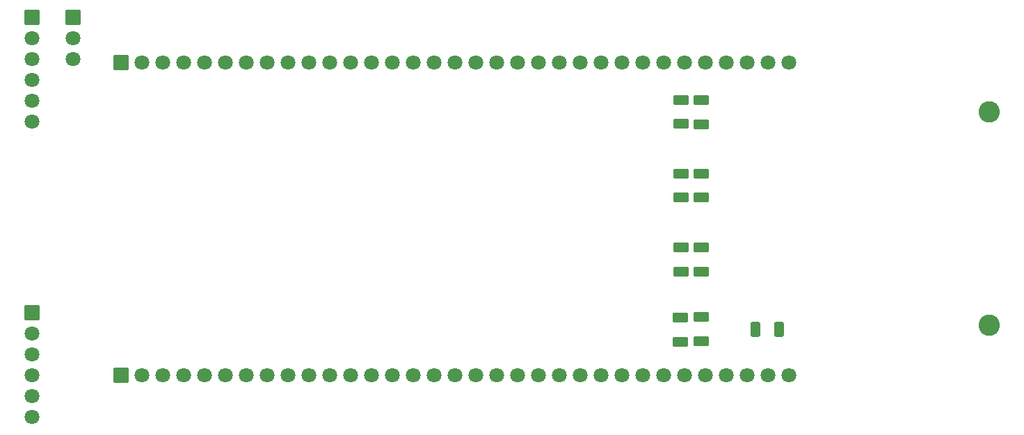
<source format=gbr>
%TF.GenerationSoftware,KiCad,Pcbnew,9.0.1*%
%TF.CreationDate,2025-04-05T14:03:07-06:00*%
%TF.ProjectId,GBDump,47424475-6d70-42e6-9b69-6361645f7063,rev?*%
%TF.SameCoordinates,Original*%
%TF.FileFunction,Soldermask,Bot*%
%TF.FilePolarity,Negative*%
%FSLAX46Y46*%
G04 Gerber Fmt 4.6, Leading zero omitted, Abs format (unit mm)*
G04 Created by KiCad (PCBNEW 9.0.1) date 2025-04-05 14:03:07*
%MOMM*%
%LPD*%
G01*
G04 APERTURE LIST*
G04 Aperture macros list*
%AMRoundRect*
0 Rectangle with rounded corners*
0 $1 Rounding radius*
0 $2 $3 $4 $5 $6 $7 $8 $9 X,Y pos of 4 corners*
0 Add a 4 corners polygon primitive as box body*
4,1,4,$2,$3,$4,$5,$6,$7,$8,$9,$2,$3,0*
0 Add four circle primitives for the rounded corners*
1,1,$1+$1,$2,$3*
1,1,$1+$1,$4,$5*
1,1,$1+$1,$6,$7*
1,1,$1+$1,$8,$9*
0 Add four rect primitives between the rounded corners*
20,1,$1+$1,$2,$3,$4,$5,0*
20,1,$1+$1,$4,$5,$6,$7,0*
20,1,$1+$1,$6,$7,$8,$9,0*
20,1,$1+$1,$8,$9,$2,$3,0*%
G04 Aperture macros list end*
%ADD10RoundRect,0.050800X-0.850000X-0.850000X0.850000X-0.850000X0.850000X0.850000X-0.850000X0.850000X0*%
%ADD11C,1.801600*%
%ADD12RoundRect,0.050800X0.850000X-0.850000X0.850000X0.850000X-0.850000X0.850000X-0.850000X-0.850000X0*%
%ADD13C,2.601600*%
%ADD14RoundRect,0.272087X-0.678713X0.353713X-0.678713X-0.353713X0.678713X-0.353713X0.678713X0.353713X0*%
%ADD15RoundRect,0.272087X0.678713X-0.353713X0.678713X0.353713X-0.678713X0.353713X-0.678713X-0.353713X0*%
%ADD16RoundRect,0.272578X-0.340722X-0.653222X0.340722X-0.653222X0.340722X0.653222X-0.340722X0.653222X0*%
G04 APERTURE END LIST*
D10*
%TO.C,J3*%
X93000000Y-65000000D03*
D11*
X93000000Y-67540000D03*
X93000000Y-70080000D03*
X93000000Y-72620000D03*
X93000000Y-75160000D03*
X93000000Y-77700000D03*
%TD*%
D12*
%TO.C,U1*%
X103860000Y-108550000D03*
D11*
X106400000Y-108550000D03*
X108940000Y-108550000D03*
X111480000Y-108550000D03*
X114020000Y-108550000D03*
X116560000Y-108550000D03*
X119100000Y-108550000D03*
X121640000Y-108550000D03*
X124180000Y-108550000D03*
X126720000Y-108550000D03*
X129260000Y-108550000D03*
X131800000Y-108550000D03*
X134340000Y-108550000D03*
X136880000Y-108550000D03*
X139420000Y-108550000D03*
X141960000Y-108550000D03*
X144500000Y-108550000D03*
X147040000Y-108550000D03*
X149580000Y-108550000D03*
X152120000Y-108550000D03*
X154660000Y-108550000D03*
X157200000Y-108550000D03*
X159740000Y-108550000D03*
X162280000Y-108550000D03*
X164820000Y-108550000D03*
X167360000Y-108550000D03*
X169900000Y-108550000D03*
X172440000Y-108550000D03*
X174980000Y-108550000D03*
X177520000Y-108550000D03*
X180060000Y-108550000D03*
X182600000Y-108550000D03*
X185140000Y-108550000D03*
D12*
X103860000Y-70450000D03*
D11*
X106400000Y-70450000D03*
X108940000Y-70450000D03*
X111480000Y-70450000D03*
X114020000Y-70450000D03*
X116560000Y-70450000D03*
X119100000Y-70450000D03*
X121640000Y-70450000D03*
X124180000Y-70450000D03*
X126720000Y-70450000D03*
X129260000Y-70450000D03*
X131800000Y-70450000D03*
X134340000Y-70450000D03*
X136880000Y-70450000D03*
X139420000Y-70450000D03*
X141960000Y-70450000D03*
X144500000Y-70450000D03*
X147040000Y-70450000D03*
X149580000Y-70450000D03*
X152120000Y-70450000D03*
X154660000Y-70450000D03*
X157200000Y-70450000D03*
X159740000Y-70450000D03*
X162280000Y-70450000D03*
X164820000Y-70450000D03*
X167360000Y-70450000D03*
X169900000Y-70450000D03*
X172440000Y-70450000D03*
X174980000Y-70450000D03*
X177520000Y-70450000D03*
X180060000Y-70450000D03*
X182600000Y-70450000D03*
X185140000Y-70450000D03*
%TD*%
D13*
%TO.C,U5*%
X209500000Y-76475000D03*
X209500000Y-102475000D03*
%TD*%
D10*
%TO.C,JP1*%
X98000000Y-65000000D03*
D11*
X98000000Y-67540000D03*
X98000000Y-70080000D03*
%TD*%
D10*
%TO.C,J1*%
X93000000Y-101000000D03*
D11*
X93000000Y-103540000D03*
X93000000Y-106080000D03*
X93000000Y-108620000D03*
X93000000Y-111160000D03*
X93000000Y-113700000D03*
%TD*%
D14*
%TO.C,C5*%
X172000000Y-84000000D03*
X172000000Y-86950000D03*
%TD*%
%TO.C,C7*%
X172000000Y-75025000D03*
X172000000Y-77975000D03*
%TD*%
D15*
%TO.C,C4*%
X174500000Y-95950000D03*
X174500000Y-93000000D03*
%TD*%
D16*
%TO.C,R1*%
X181075000Y-103000000D03*
X184000000Y-103000000D03*
%TD*%
D15*
%TO.C,C2*%
X174500000Y-104450000D03*
X174500000Y-101500000D03*
%TD*%
%TO.C,C8*%
X174500000Y-78000000D03*
X174500000Y-75050000D03*
%TD*%
%TO.C,C6*%
X174500000Y-86950000D03*
X174500000Y-84000000D03*
%TD*%
D14*
%TO.C,C3*%
X172000000Y-92975000D03*
X172000000Y-95925000D03*
%TD*%
%TO.C,C1*%
X171975000Y-101550000D03*
X171975000Y-104500000D03*
%TD*%
M02*

</source>
